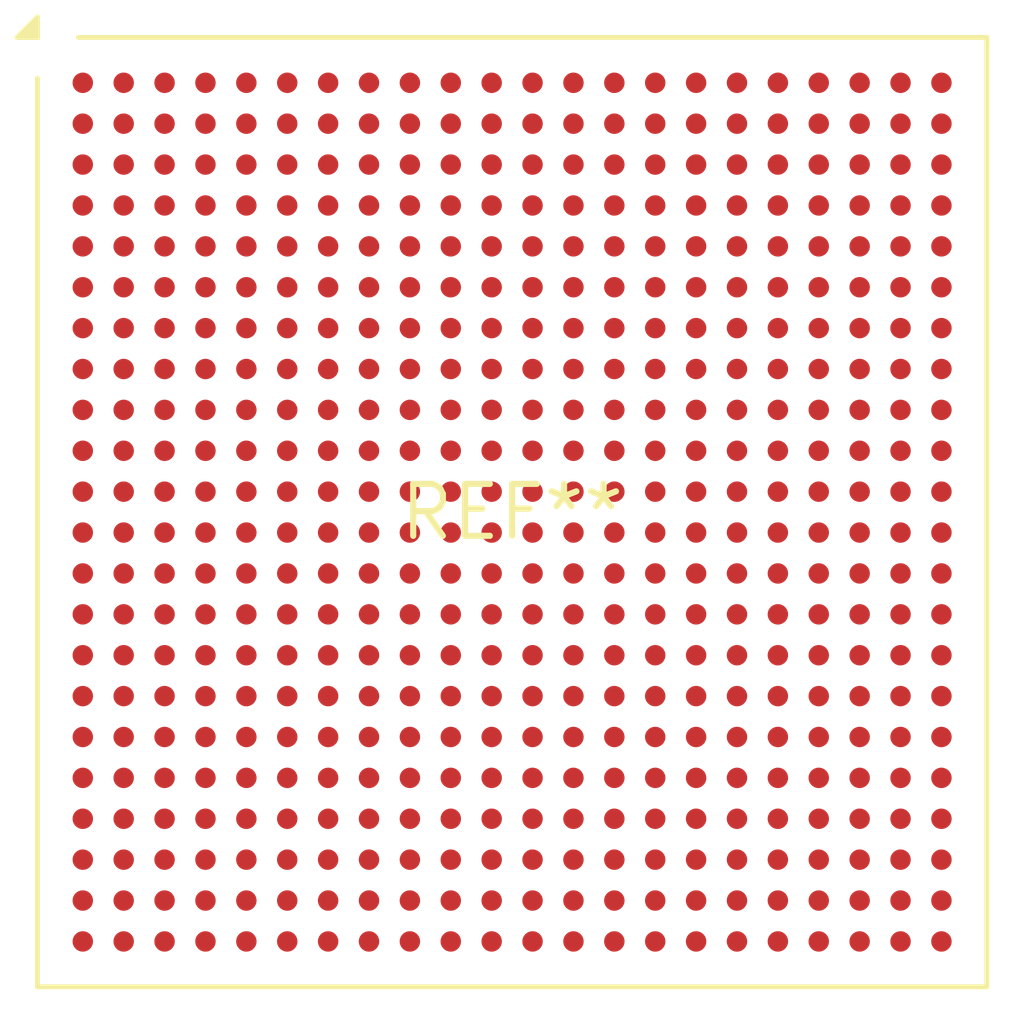
<source format=kicad_pcb>
(kicad_pcb (version 20240108) (generator pcbnew)
  (layers (0 "F.Cu" signal) (31 "B.Cu" signal) (34 "B.Paste" user) (35 "F.Paste" user) (36 "B.SilkS" user "B.Silkscreen") (37 "F.SilkS" user "F.Silkscreen") (38 "B.Mask" user) (39 "F.Mask" user) (44 "Edge.Cuts" user))
  (net 0 "")
  (footprint "Xilinx_FGG484" (layer "F.Cu") (at 0 0)
    (property "Reference" "REF**")
    (property "Value" "Xilinx_FGG484")
    (pad "A1" smd circle (at -10.5 -10.5) (size 0.5 0.5) (property pad_prop_bga) (layers "F.Cu" "F.Paste" "F.Mask"))
    (pad "A2" smd circle (at -9.5 -10.5) (size 0.5 0.5) (property pad_prop_bga) (layers "F.Cu" "F.Paste" "F.Mask"))
    (pad "A3" smd circle (at -8.5 -10.5) (size 0.5 0.5) (property pad_prop_bga) (layers "F.Cu" "F.Paste" "F.Mask"))
    (pad "A4" smd circle (at -7.5 -10.5) (size 0.5 0.5) (property pad_prop_bga) (layers "F.Cu" "F.Paste" "F.Mask"))
    (pad "A5" smd circle (at -6.5 -10.5) (size 0.5 0.5) (property pad_prop_bga) (layers "F.Cu" "F.Paste" "F.Mask"))
    (pad "A6" smd circle (at -5.5 -10.5) (size 0.5 0.5) (property pad_prop_bga) (layers "F.Cu" "F.Paste" "F.Mask"))
    (pad "A7" smd circle (at -4.5 -10.5) (size 0.5 0.5) (property pad_prop_bga) (layers "F.Cu" "F.Paste" "F.Mask"))
    (pad "A8" smd circle (at -3.5 -10.5) (size 0.5 0.5) (property pad_prop_bga) (layers "F.Cu" "F.Paste" "F.Mask"))
    (pad "A9" smd circle (at -2.5 -10.5) (size 0.5 0.5) (property pad_prop_bga) (layers "F.Cu" "F.Paste" "F.Mask"))
    (pad "A10" smd circle (at -1.5 -10.5) (size 0.5 0.5) (property pad_prop_bga) (layers "F.Cu" "F.Paste" "F.Mask"))
    (pad "A11" smd circle (at -0.5 -10.5) (size 0.5 0.5) (property pad_prop_bga) (layers "F.Cu" "F.Paste" "F.Mask"))
    (pad "A12" smd circle (at 0.5 -10.5) (size 0.5 0.5) (property pad_prop_bga) (layers "F.Cu" "F.Paste" "F.Mask"))
    (pad "A13" smd circle (at 1.5 -10.5) (size 0.5 0.5) (property pad_prop_bga) (layers "F.Cu" "F.Paste" "F.Mask"))
    (pad "A14" smd circle (at 2.5 -10.5) (size 0.5 0.5) (property pad_prop_bga) (layers "F.Cu" "F.Paste" "F.Mask"))
    (pad "A15" smd circle (at 3.5 -10.5) (size 0.5 0.5) (property pad_prop_bga) (layers "F.Cu" "F.Paste" "F.Mask"))
    (pad "A16" smd circle (at 4.5 -10.5) (size 0.5 0.5) (property pad_prop_bga) (layers "F.Cu" "F.Paste" "F.Mask"))
    (pad "A17" smd circle (at 5.5 -10.5) (size 0.5 0.5) (property pad_prop_bga) (layers "F.Cu" "F.Paste" "F.Mask"))
    (pad "A18" smd circle (at 6.5 -10.5) (size 0.5 0.5) (property pad_prop_bga) (layers "F.Cu" "F.Paste" "F.Mask"))
    (pad "A19" smd circle (at 7.5 -10.5) (size 0.5 0.5) (property pad_prop_bga) (layers "F.Cu" "F.Paste" "F.Mask"))
    (pad "A20" smd circle (at 8.5 -10.5) (size 0.5 0.5) (property pad_prop_bga) (layers "F.Cu" "F.Paste" "F.Mask"))
    (pad "A21" smd circle (at 9.5 -10.5) (size 0.5 0.5) (property pad_prop_bga) (layers "F.Cu" "F.Paste" "F.Mask"))
    (pad "A22" smd circle (at 10.5 -10.5) (size 0.5 0.5) (property pad_prop_bga) (layers "F.Cu" "F.Paste" "F.Mask"))
    (pad "AA1" smd circle (at -10.5 9.5) (size 0.5 0.5) (property pad_prop_bga) (layers "F.Cu" "F.Paste" "F.Mask"))
    (pad "AA2" smd circle (at -9.5 9.5) (size 0.5 0.5) (property pad_prop_bga) (layers "F.Cu" "F.Paste" "F.Mask"))
    (pad "AA3" smd circle (at -8.5 9.5) (size 0.5 0.5) (property pad_prop_bga) (layers "F.Cu" "F.Paste" "F.Mask"))
    (pad "AA4" smd circle (at -7.5 9.5) (size 0.5 0.5) (property pad_prop_bga) (layers "F.Cu" "F.Paste" "F.Mask"))
    (pad "AA5" smd circle (at -6.5 9.5) (size 0.5 0.5) (property pad_prop_bga) (layers "F.Cu" "F.Paste" "F.Mask"))
    (pad "AA6" smd circle (at -5.5 9.5) (size 0.5 0.5) (property pad_prop_bga) (layers "F.Cu" "F.Paste" "F.Mask"))
    (pad "AA7" smd circle (at -4.5 9.5) (size 0.5 0.5) (property pad_prop_bga) (layers "F.Cu" "F.Paste" "F.Mask"))
    (pad "AA8" smd circle (at -3.5 9.5) (size 0.5 0.5) (property pad_prop_bga) (layers "F.Cu" "F.Paste" "F.Mask"))
    (pad "AA9" smd circle (at -2.5 9.5) (size 0.5 0.5) (property pad_prop_bga) (layers "F.Cu" "F.Paste" "F.Mask"))
    (pad "AA10" smd circle (at -1.5 9.5) (size 0.5 0.5) (property pad_prop_bga) (layers "F.Cu" "F.Paste" "F.Mask"))
    (pad "AA11" smd circle (at -0.5 9.5) (size 0.5 0.5) (property pad_prop_bga) (layers "F.Cu" "F.Paste" "F.Mask"))
    (pad "AA12" smd circle (at 0.5 9.5) (size 0.5 0.5) (property pad_prop_bga) (layers "F.Cu" "F.Paste" "F.Mask"))
    (pad "AA13" smd circle (at 1.5 9.5) (size 0.5 0.5) (property pad_prop_bga) (layers "F.Cu" "F.Paste" "F.Mask"))
    (pad "AA14" smd circle (at 2.5 9.5) (size 0.5 0.5) (property pad_prop_bga) (layers "F.Cu" "F.Paste" "F.Mask"))
    (pad "AA15" smd circle (at 3.5 9.5) (size 0.5 0.5) (property pad_prop_bga) (layers "F.Cu" "F.Paste" "F.Mask"))
    (pad "AA16" smd circle (at 4.5 9.5) (size 0.5 0.5) (property pad_prop_bga) (layers "F.Cu" "F.Paste" "F.Mask"))
    (pad "AA17" smd circle (at 5.5 9.5) (size 0.5 0.5) (property pad_prop_bga) (layers "F.Cu" "F.Paste" "F.Mask"))
    (pad "AA18" smd circle (at 6.5 9.5) (size 0.5 0.5) (property pad_prop_bga) (layers "F.Cu" "F.Paste" "F.Mask"))
    (pad "AA19" smd circle (at 7.5 9.5) (size 0.5 0.5) (property pad_prop_bga) (layers "F.Cu" "F.Paste" "F.Mask"))
    (pad "AA20" smd circle (at 8.5 9.5) (size 0.5 0.5) (property pad_prop_bga) (layers "F.Cu" "F.Paste" "F.Mask"))
    (pad "AA21" smd circle (at 9.5 9.5) (size 0.5 0.5) (property pad_prop_bga) (layers "F.Cu" "F.Paste" "F.Mask"))
    (pad "AA22" smd circle (at 10.5 9.5) (size 0.5 0.5) (property pad_prop_bga) (layers "F.Cu" "F.Paste" "F.Mask"))
    (pad "AB1" smd circle (at -10.5 10.5) (size 0.5 0.5) (property pad_prop_bga) (layers "F.Cu" "F.Paste" "F.Mask"))
    (pad "AB2" smd circle (at -9.5 10.5) (size 0.5 0.5) (property pad_prop_bga) (layers "F.Cu" "F.Paste" "F.Mask"))
    (pad "AB3" smd circle (at -8.5 10.5) (size 0.5 0.5) (property pad_prop_bga) (layers "F.Cu" "F.Paste" "F.Mask"))
    (pad "AB4" smd circle (at -7.5 10.5) (size 0.5 0.5) (property pad_prop_bga) (layers "F.Cu" "F.Paste" "F.Mask"))
    (pad "AB5" smd circle (at -6.5 10.5) (size 0.5 0.5) (property pad_prop_bga) (layers "F.Cu" "F.Paste" "F.Mask"))
    (pad "AB6" smd circle (at -5.5 10.5) (size 0.5 0.5) (property pad_prop_bga) (layers "F.Cu" "F.Paste" "F.Mask"))
    (pad "AB7" smd circle (at -4.5 10.5) (size 0.5 0.5) (property pad_prop_bga) (layers "F.Cu" "F.Paste" "F.Mask"))
    (pad "AB8" smd circle (at -3.5 10.5) (size 0.5 0.5) (property pad_prop_bga) (layers "F.Cu" "F.Paste" "F.Mask"))
    (pad "AB9" smd circle (at -2.5 10.5) (size 0.5 0.5) (property pad_prop_bga) (layers "F.Cu" "F.Paste" "F.Mask"))
    (pad "AB10" smd circle (at -1.5 10.5) (size 0.5 0.5) (property pad_prop_bga) (layers "F.Cu" "F.Paste" "F.Mask"))
    (pad "AB11" smd circle (at -0.5 10.5) (size 0.5 0.5) (property pad_prop_bga) (layers "F.Cu" "F.Paste" "F.Mask"))
    (pad "AB12" smd circle (at 0.5 10.5) (size 0.5 0.5) (property pad_prop_bga) (layers "F.Cu" "F.Paste" "F.Mask"))
    (pad "AB13" smd circle (at 1.5 10.5) (size 0.5 0.5) (property pad_prop_bga) (layers "F.Cu" "F.Paste" "F.Mask"))
    (pad "AB14" smd circle (at 2.5 10.5) (size 0.5 0.5) (property pad_prop_bga) (layers "F.Cu" "F.Paste" "F.Mask"))
    (pad "AB15" smd circle (at 3.5 10.5) (size 0.5 0.5) (property pad_prop_bga) (layers "F.Cu" "F.Paste" "F.Mask"))
    (pad "AB16" smd circle (at 4.5 10.5) (size 0.5 0.5) (property pad_prop_bga) (layers "F.Cu" "F.Paste" "F.Mask"))
    (pad "AB17" smd circle (at 5.5 10.5) (size 0.5 0.5) (property pad_prop_bga) (layers "F.Cu" "F.Paste" "F.Mask"))
    (pad "AB18" smd circle (at 6.5 10.5) (size 0.5 0.5) (property pad_prop_bga) (layers "F.Cu" "F.Paste" "F.Mask"))
    (pad "AB19" smd circle (at 7.5 10.5) (size 0.5 0.5) (property pad_prop_bga) (layers "F.Cu" "F.Paste" "F.Mask"))
    (pad "AB20" smd circle (at 8.5 10.5) (size 0.5 0.5) (property pad_prop_bga) (layers "F.Cu" "F.Paste" "F.Mask"))
    (pad "AB21" smd circle (at 9.5 10.5) (size 0.5 0.5) (property pad_prop_bga) (layers "F.Cu" "F.Paste" "F.Mask"))
    (pad "AB22" smd circle (at 10.5 10.5) (size 0.5 0.5) (property pad_prop_bga) (layers "F.Cu" "F.Paste" "F.Mask"))
    (pad "B1" smd circle (at -10.5 -9.5) (size 0.5 0.5) (property pad_prop_bga) (layers "F.Cu" "F.Paste" "F.Mask"))
    (pad "B2" smd circle (at -9.5 -9.5) (size 0.5 0.5) (property pad_prop_bga) (layers "F.Cu" "F.Paste" "F.Mask"))
    (pad "B3" smd circle (at -8.5 -9.5) (size 0.5 0.5) (property pad_prop_bga) (layers "F.Cu" "F.Paste" "F.Mask"))
    (pad "B4" smd circle (at -7.5 -9.5) (size 0.5 0.5) (property pad_prop_bga) (layers "F.Cu" "F.Paste" "F.Mask"))
    (pad "B5" smd circle (at -6.5 -9.5) (size 0.5 0.5) (property pad_prop_bga) (layers "F.Cu" "F.Paste" "F.Mask"))
    (pad "B6" smd circle (at -5.5 -9.5) (size 0.5 0.5) (property pad_prop_bga) (layers "F.Cu" "F.Paste" "F.Mask"))
    (pad "B7" smd circle (at -4.5 -9.5) (size 0.5 0.5) (property pad_prop_bga) (layers "F.Cu" "F.Paste" "F.Mask"))
    (pad "B8" smd circle (at -3.5 -9.5) (size 0.5 0.5) (property pad_prop_bga) (layers "F.Cu" "F.Paste" "F.Mask"))
    (pad "B9" smd circle (at -2.5 -9.5) (size 0.5 0.5) (property pad_prop_bga) (layers "F.Cu" "F.Paste" "F.Mask"))
    (pad "B10" smd circle (at -1.5 -9.5) (size 0.5 0.5) (property pad_prop_bga) (layers "F.Cu" "F.Paste" "F.Mask"))
    (pad "B11" smd circle (at -0.5 -9.5) (size 0.5 0.5) (property pad_prop_bga) (layers "F.Cu" "F.Paste" "F.Mask"))
    (pad "B12" smd circle (at 0.5 -9.5) (size 0.5 0.5) (property pad_prop_bga) (layers "F.Cu" "F.Paste" "F.Mask"))
    (pad "B13" smd circle (at 1.5 -9.5) (size 0.5 0.5) (property pad_prop_bga) (layers "F.Cu" "F.Paste" "F.Mask"))
    (pad "B14" smd circle (at 2.5 -9.5) (size 0.5 0.5) (property pad_prop_bga) (layers "F.Cu" "F.Paste" "F.Mask"))
    (pad "B15" smd circle (at 3.5 -9.5) (size 0.5 0.5) (property pad_prop_bga) (layers "F.Cu" "F.Paste" "F.Mask"))
    (pad "B16" smd circle (at 4.5 -9.5) (size 0.5 0.5) (property pad_prop_bga) (layers "F.Cu" "F.Paste" "F.Mask"))
    (pad "B17" smd circle (at 5.5 -9.5) (size 0.5 0.5) (property pad_prop_bga) (layers "F.Cu" "F.Paste" "F.Mask"))
    (pad "B18" smd circle (at 6.5 -9.5) (size 0.5 0.5) (property pad_prop_bga) (layers "F.Cu" "F.Paste" "F.Mask"))
    (pad "B19" smd circle (at 7.5 -9.5) (size 0.5 0.5) (property pad_prop_bga) (layers "F.Cu" "F.Paste" "F.Mask"))
    (pad "B20" smd circle (at 8.5 -9.5) (size 0.5 0.5) (property pad_prop_bga) (layers "F.Cu" "F.Paste" "F.Mask"))
    (pad "B21" smd circle (at 9.5 -9.5) (size 0.5 0.5) (property pad_prop_bga) (layers "F.Cu" "F.Paste" "F.Mask"))
    (pad "B22" smd circle (at 10.5 -9.5) (size 0.5 0.5) (property pad_prop_bga) (layers "F.Cu" "F.Paste" "F.Mask"))
    (pad "C1" smd circle (at -10.5 -8.5) (size 0.5 0.5) (property pad_prop_bga) (layers "F.Cu" "F.Paste" "F.Mask"))
    (pad "C2" smd circle (at -9.5 -8.5) (size 0.5 0.5) (property pad_prop_bga) (layers "F.Cu" "F.Paste" "F.Mask"))
    (pad "C3" smd circle (at -8.5 -8.5) (size 0.5 0.5) (property pad_prop_bga) (layers "F.Cu" "F.Paste" "F.Mask"))
    (pad "C4" smd circle (at -7.5 -8.5) (size 0.5 0.5) (property pad_prop_bga) (layers "F.Cu" "F.Paste" "F.Mask"))
    (pad "C5" smd circle (at -6.5 -8.5) (size 0.5 0.5) (property pad_prop_bga) (layers "F.Cu" "F.Paste" "F.Mask"))
    (pad "C6" smd circle (at -5.5 -8.5) (size 0.5 0.5) (property pad_prop_bga) (layers "F.Cu" "F.Paste" "F.Mask"))
    (pad "C7" smd circle (at -4.5 -8.5) (size 0.5 0.5) (property pad_prop_bga) (layers "F.Cu" "F.Paste" "F.Mask"))
    (pad "C8" smd circle (at -3.5 -8.5) (size 0.5 0.5) (property pad_prop_bga) (layers "F.Cu" "F.Paste" "F.Mask"))
    (pad "C9" smd circle (at -2.5 -8.5) (size 0.5 0.5) (property pad_prop_bga) (layers "F.Cu" "F.Paste" "F.Mask"))
    (pad "C10" smd circle (at -1.5 -8.5) (size 0.5 0.5) (property pad_prop_bga) (layers "F.Cu" "F.Paste" "F.Mask"))
    (pad "C11" smd circle (at -0.5 -8.5) (size 0.5 0.5) (property pad_prop_bga) (layers "F.Cu" "F.Paste" "F.Mask"))
    (pad "C12" smd circle (at 0.5 -8.5) (size 0.5 0.5) (property pad_prop_bga) (layers "F.Cu" "F.Paste" "F.Mask"))
    (pad "C13" smd circle (at 1.5 -8.5) (size 0.5 0.5) (property pad_prop_bga) (layers "F.Cu" "F.Paste" "F.Mask"))
    (pad "C14" smd circle (at 2.5 -8.5) (size 0.5 0.5) (property pad_prop_bga) (layers "F.Cu" "F.Paste" "F.Mask"))
    (pad "C15" smd circle (at 3.5 -8.5) (size 0.5 0.5) (property pad_prop_bga) (layers "F.Cu" "F.Paste" "F.Mask"))
    (pad "C16" smd circle (at 4.5 -8.5) (size 0.5 0.5) (property pad_prop_bga) (layers "F.Cu" "F.Paste" "F.Mask"))
    (pad "C17" smd circle (at 5.5 -8.5) (size 0.5 0.5) (property pad_prop_bga) (layers "F.Cu" "F.Paste" "F.Mask"))
    (pad "C18" smd circle (at 6.5 -8.5) (size 0.5 0.5) (property pad_prop_bga) (layers "F.Cu" "F.Paste" "F.Mask"))
    (pad "C19" smd circle (at 7.5 -8.5) (size 0.5 0.5) (property pad_prop_bga) (layers "F.Cu" "F.Paste" "F.Mask"))
    (pad "C20" smd circle (at 8.5 -8.5) (size 0.5 0.5) (property pad_prop_bga) (layers "F.Cu" "F.Paste" "F.Mask"))
    (pad "C21" smd circle (at 9.5 -8.5) (size 0.5 0.5) (property pad_prop_bga) (layers "F.Cu" "F.Paste" "F.Mask"))
    (pad "C22" smd circle (at 10.5 -8.5) (size 0.5 0.5) (property pad_prop_bga) (layers "F.Cu" "F.Paste" "F.Mask"))
    (pad "D1" smd circle (at -10.5 -7.5) (size 0.5 0.5) (property pad_prop_bga) (layers "F.Cu" "F.Paste" "F.Mask"))
    (pad "D2" smd circle (at -9.5 -7.5) (size 0.5 0.5) (property pad_prop_bga) (layers "F.Cu" "F.Paste" "F.Mask"))
    (pad "D3" smd circle (at -8.5 -7.5) (size 0.5 0.5) (property pad_prop_bga) (layers "F.Cu" "F.Paste" "F.Mask"))
    (pad "D4" smd circle (at -7.5 -7.5) (size 0.5 0.5) (property pad_prop_bga) (layers "F.Cu" "F.Paste" "F.Mask"))
    (pad "D5" smd circle (at -6.5 -7.5) (size 0.5 0.5) (property pad_prop_bga) (layers "F.Cu" "F.Paste" "F.Mask"))
    (pad "D6" smd circle (at -5.5 -7.5) (size 0.5 0.5) (property pad_prop_bga) (layers "F.Cu" "F.Paste" "F.Mask"))
    (pad "D7" smd circle (at -4.5 -7.5) (size 0.5 0.5) (property pad_prop_bga) (layers "F.Cu" "F.Paste" "F.Mask"))
    (pad "D8" smd circle (at -3.5 -7.5) (size 0.5 0.5) (property pad_prop_bga) (layers "F.Cu" "F.Paste" "F.Mask"))
    (pad "D9" smd circle (at -2.5 -7.5) (size 0.5 0.5) (property pad_prop_bga) (layers "F.Cu" "F.Paste" "F.Mask"))
    (pad "D10" smd circle (at -1.5 -7.5) (size 0.5 0.5) (property pad_prop_bga) (layers "F.Cu" "F.Paste" "F.Mask"))
    (pad "D11" smd circle (at -0.5 -7.5) (size 0.5 0.5) (property pad_prop_bga) (layers "F.Cu" "F.Paste" "F.Mask"))
    (pad "D12" smd circle (at 0.5 -7.5) (size 0.5 0.5) (property pad_prop_bga) (layers "F.Cu" "F.Paste" "F.Mask"))
    (pad "D13" smd circle (at 1.5 -7.5) (size 0.5 0.5) (property pad_prop_bga) (layers "F.Cu" "F.Paste" "F.Mask"))
    (pad "D14" smd circle (at 2.5 -7.5) (size 0.5 0.5) (property pad_prop_bga) (layers "F.Cu" "F.Paste" "F.Mask"))
    (pad "D15" smd circle (at 3.5 -7.5) (size 0.5 0.5) (property pad_prop_bga) (layers "F.Cu" "F.Paste" "F.Mask"))
    (pad "D16" smd circle (at 4.5 -7.5) (size 0.5 0.5) (property pad_prop_bga) (layers "F.Cu" "F.Paste" "F.Mask"))
    (pad "D17" smd circle (at 5.5 -7.5) (size 0.5 0.5) (property pad_prop_bga) (layers "F.Cu" "F.Paste" "F.Mask"))
    (pad "D18" smd circle (at 6.5 -7.5) (size 0.5 0.5) (property pad_prop_bga) (layers "F.Cu" "F.Paste" "F.Mask"))
    (pad "D19" smd circle (at 7.5 -7.5) (size 0.5 0.5) (property pad_prop_bga) (layers "F.Cu" "F.Paste" "F.Mask"))
    (pad "D20" smd circle (at 8.5 -7.5) (size 0.5 0.5) (property pad_prop_bga) (layers "F.Cu" "F.Paste" "F.Mask"))
    (pad "D21" smd circle (at 9.5 -7.5) (size 0.5 0.5) (property pad_prop_bga) (layers "F.Cu" "F.Paste" "F.Mask"))
    (pad "D22" smd circle (at 10.5 -7.5) (size 0.5 0.5) (property pad_prop_bga) (layers "F.Cu" "F.Paste" "F.Mask"))
    (pad "E1" smd circle (at -10.5 -6.5) (size 0.5 0.5) (property pad_prop_bga) (layers "F.Cu" "F.Paste" "F.Mask"))
    (pad "E2" smd circle (at -9.5 -6.5) (size 0.5 0.5) (property pad_prop_bga) (layers "F.Cu" "F.Paste" "F.Mask"))
    (pad "E3" smd circle (at -8.5 -6.5) (size 0.5 0.5) (property pad_prop_bga) (layers "F.Cu" "F.Paste" "F.Mask"))
    (pad "E4" smd circle (at -7.5 -6.5) (size 0.5 0.5) (property pad_prop_bga) (layers "F.Cu" "F.Paste" "F.Mask"))
    (pad "E5" smd circle (at -6.5 -6.5) (size 0.5 0.5) (property pad_prop_bga) (layers "F.Cu" "F.Paste" "F.Mask"))
    (pad "E6" smd circle (at -5.5 -6.5) (size 0.5 0.5) (property pad_prop_bga) (layers "F.Cu" "F.Paste" "F.Mask"))
    (pad "E7" smd circle (at -4.5 -6.5) (size 0.5 0.5) (property pad_prop_bga) (layers "F.Cu" "F.Paste" "F.Mask"))
    (pad "E8" smd circle (at -3.5 -6.5) (size 0.5 0.5) (property pad_prop_bga) (layers "F.Cu" "F.Paste" "F.Mask"))
    (pad "E9" smd circle (at -2.5 -6.5) (size 0.5 0.5) (property pad_prop_bga) (layers "F.Cu" "F.Paste" "F.Mask"))
    (pad "E10" smd circle (at -1.5 -6.5) (size 0.5 0.5) (property pad_prop_bga) (layers "F.Cu" "F.Paste" "F.Mask"))
    (pad "E11" smd circle (at -0.5 -6.5) (size 0.5 0.5) (property pad_prop_bga) (layers "F.Cu" "F.Paste" "F.Mask"))
    (pad "E12" smd circle (at 0.5 -6.5) (size 0.5 0.5) (property pad_prop_bga) (layers "F.Cu" "F.Paste" "F.Mask"))
    (pad "E13" smd circle (at 1.5 -6.5) (size 0.5 0.5) (property pad_prop_bga) (layers "F.Cu" "F.Paste" "F.Mask"))
    (pad "E14" smd circle (at 2.5 -6.5) (size 0.5 0.5) (property pad_prop_bga) (layers "F.Cu" "F.Paste" "F.Mask"))
    (pad "E15" smd circle (at 3.5 -6.5) (size 0.5 0.5) (property pad_prop_bga) (layers "F.Cu" "F.Paste" "F.Mask"))
    (pad "E16" smd circle (at 4.5 -6.5) (size 0.5 0.5) (property pad_prop_bga) (layers "F.Cu" "F.Paste" "F.Mask"))
    (pad "E17" smd circle (at 5.5 -6.5) (size 0.5 0.5) (property pad_prop_bga) (layers "F.Cu" "F.Paste" "F.Mask"))
    (pad "E18" smd circle (at 6.5 -6.5) (size 0.5 0.5) (property pad_prop_bga) (layers "F.Cu" "F.Paste" "F.Mask"))
    (pad "E19" smd circle (at 7.5 -6.5) (size 0.5 0.5) (property pad_prop_bga) (layers "F.Cu" "F.Paste" "F.Mask"))
    (pad "E20" smd circle (at 8.5 -6.5) (size 0.5 0.5) (property pad_prop_bga) (layers "F.Cu" "F.Paste" "F.Mask"))
    (pad "E21" smd circle (at 9.5 -6.5) (size 0.5 0.5) (property pad_prop_bga) (layers "F.Cu" "F.Paste" "F.Mask"))
    (pad "E22" smd circle (at 10.5 -6.5) (size 0.5 0.5) (property pad_prop_bga) (layers "F.Cu" "F.Paste" "F.Mask"))
    (pad "F1" smd circle (at -10.5 -5.5) (size 0.5 0.5) (property pad_prop_bga) (layers "F.Cu" "F.Paste" "F.Mask"))
    (pad "F2" smd circle (at -9.5 -5.5) (size 0.5 0.5) (property pad_prop_bga) (layers "F.Cu" "F.Paste" "F.Mask"))
    (pad "F3" smd circle (at -8.5 -5.5) (size 0.5 0.5) (property pad_prop_bga) (layers "F.Cu" "F.Paste" "F.Mask"))
    (pad "F4" smd circle (at -7.5 -5.5) (size 0.5 0.5) (property pad_prop_bga) (layers "F.Cu" "F.Paste" "F.Mask"))
    (pad "F5" smd circle (at -6.5 -5.5) (size 0.5 0.5) (property pad_prop_bga) (layers "F.Cu" "F.Paste" "F.Mask"))
    (pad "F6" smd circle (at -5.5 -5.5) (size 0.5 0.5) (property pad_prop_bga) (layers "F.Cu" "F.Paste" "F.Mask"))
    (pad "F7" smd circle (at -4.5 -5.5) (size 0.5 0.5) (property pad_prop_bga) (layers "F.Cu" "F.Paste" "F.Mask"))
    (pad "F8" smd circle (at -3.5 -5.5) (size 0.5 0.5) (property pad_prop_bga) (layers "F.Cu" "F.Paste" "F.Mask"))
    (pad "F9" smd circle (at -2.5 -5.5) (size 0.5 0.5) (property pad_prop_bga) (layers "F.Cu" "F.Paste" "F.Mask"))
    (pad "F10" smd circle (at -1.5 -5.5) (size 0.5 0.5) (property pad_prop_bga) (layers "F.Cu" "F.Paste" "F.Mask"))
    (pad "F11" smd circle (at -0.5 -5.5) (size 0.5 0.5) (property pad_prop_bga) (layers "F.Cu" "F.Paste" "F.Mask"))
    (pad "F12" smd circle (at 0.5 -5.5) (size 0.5 0.5) (property pad_prop_bga) (layers "F.Cu" "F.Paste" "F.Mask"))
    (pad "F13" smd circle (at 1.5 -5.5) (size 0.5 0.5) (property pad_prop_bga) (layers "F.Cu" "F.Paste" "F.Mask"))
    (pad "F14" smd circle (at 2.5 -5.5) (size 0.5 0.5) (property pad_prop_bga) (layers "F.Cu" "F.Paste" "F.Mask"))
    (pad "F15" smd circle (at 3.5 -5.5) (size 0.5 0.5) (property pad_prop_bga) (layers "F.Cu" "F.Paste" "F.Mask"))
    (pad "F16" smd circle (at 4.5 -5.5) (size 0.5 0.5) (property pad_prop_bga) (layers "F.Cu" "F.Paste" "F.Mask"))
    (pad "F17" smd circle (at 5.5 -5.5) (size 0.5 0.5) (property pad_prop_bga) (layers "F.Cu" "F.Paste" "F.Mask"))
    (pad "F18" smd circle (at 6.5 -5.5) (size 0.5 0.5) (property pad_prop_bga) (layers "F.Cu" "F.Paste" "F.Mask"))
    (pad "F19" smd circle (at 7.5 -5.5) (size 0.5 0.5) (property pad_prop_bga) (layers "F.Cu" "F.Paste" "F.Mask"))
    (pad "F20" smd circle (at 8.5 -5.5) (size 0.5 0.5) (property pad_prop_bga) (layers "F.Cu" "F.Paste" "F.Mask"))
    (pad "F21" smd circle (at 9.5 -5.5) (size 0.5 0.5) (property pad_prop_bga) (layers "F.Cu" "F.Paste" "F.Mask"))
    (pad "F22" smd circle (at 10.5 -5.5) (size 0.5 0.5) (property pad_prop_bga) (layers "F.Cu" "F.Paste" "F.Mask"))
    (pad "G1" smd circle (at -10.5 -4.5) (size 0.5 0.5) (property pad_prop_bga) (layers "F.Cu" "F.Paste" "F.Mask"))
    (pad "G2" smd circle (at -9.5 -4.5) (size 0.5 0.5) (property pad_prop_bga) (layers "F.Cu" "F.Paste" "F.Mask"))
    (pad "G3" smd circle (at -8.5 -4.5) (size 0.5 0.5) (property pad_prop_bga) (layers "F.Cu" "F.Paste" "F.Mask"))
    (pad "G4" smd circle (at -7.5 -4.5) (size 0.5 0.5) (property pad_prop_bga) (layers "F.Cu" "F.Paste" "F.Mask"))
    (pad "G5" smd circle (at -6.5 -4.5) (size 0.5 0.5) (property pad_prop_bga) (layers "F.Cu" "F.Paste" "F.Mask"))
    (pad "G6" smd circle (at -5.5 -4.5) (size 0.5 0.5) (property pad_prop_bga) (layers "F.Cu" "F.Paste" "F.Mask"))
    (pad "G7" smd circle (at -4.5 -4.5) (size 0.5 0.5) (property pad_prop_bga) (layers "F.Cu" "F.Paste" "F.Mask"))
    (pad "G8" smd circle (at -3.5 -4.5) (size 0.5 0.5) (property pad_prop_bga) (layers "F.Cu" "F.Paste" "F.Mask"))
    (pad "G9" smd circle (at -2.5 -4.5) (size 0.5 0.5) (property pad_prop_bga) (layers "F.Cu" "F.Paste" "F.Mask"))
    (pad "G10" smd circle (at -1.5 -4.5) (size 0.5 0.5) (property pad_prop_bga) (layers "F.Cu" "F.Paste" "F.Mask"))
    (pad "G11" smd circle (at -0.5 -4.5) (size 0.5 0.5) (property pad_prop_bga) (layers "F.Cu" "F.Paste" "F.Mask"))
    (pad "G12" smd circle (at 0.5 -4.5) (size 0.5 0.5) (property pad_prop_bga) (layers "F.Cu" "F.Paste" "F.Mask"))
    (pad "G13" smd circle (at 1.5 -4.5) (size 0.5 0.5) (property pad_prop_bga) (layers "F.Cu" "F.Paste" "F.Mask"))
    (pad "G14" smd circle (at 2.5 -4.5) (size 0.5 0.5) (property pad_prop_bga) (layers "F.Cu" "F.Paste" "F.Mask"))
    (pad "G15" smd circle (at 3.5 -4.5) (size 0.5 0.5) (property pad_prop_bga) (layers "F.Cu" "F.Paste" "F.Mask"))
    (pad "G16" smd circle (at 4.5 -4.5) (size 0.5 0.5) (property pad_prop_bga) (layers "F.Cu" "F.Paste" "F.Mask"))
    (pad "G17" smd circle (at 5.5 -4.5) (size 0.5 0.5) (property pad_prop_bga) (layers "F.Cu" "F.Paste" "F.Mask"))
    (pad "G18" smd circle (at 6.5 -4.5) (size 0.5 0.5) (property pad_prop_bga) (layers "F.Cu" "F.Paste" "F.Mask"))
    (pad "G19" smd circle (at 7.5 -4.5) (size 0.5 0.5) (property pad_prop_bga) (layers "F.Cu" "F.Paste" "F.Mask"))
    (pad "G20" smd circle (at 8.5 -4.5) (size 0.5 0.5) (property pad_prop_bga) (layers "F.Cu" "F.Paste" "F.Mask"))
    (pad "G21" smd circle (at 9.5 -4.5) (size 0.5 0.5) (property pad_prop_bga) (layers "F.Cu" "F.Paste" "F.Mask"))
    (pad "G22" smd circle (at 10.5 -4.5) (size 0.5 0.5) (property pad_prop_bga) (layers "F.Cu" "F.Paste" "F.Mask"))
    (pad "H1" smd circle (at -10.5 -3.5) (size 0.5 0.5) (property pad_prop_bga) (layers "F.Cu" "F.Paste" "F.Mask"))
    (pad "H2" smd circle (at -9.5 -3.5) (size 0.5 0.5) (property pad_prop_bga) (layers "F.Cu" "F.Paste" "F.Mask"))
    (pad "H3" smd circle (at -8.5 -3.5) (size 0.5 0.5) (property pad_prop_bga) (layers "F.Cu" "F.Paste" "F.Mask"))
    (pad "H4" smd circle (at -7.5 -3.5) (size 0.5 0.5) (property pad_prop_bga) (layers "F.Cu" "F.Paste" "F.Mask"))
    (pad "H5" smd circle (at -6.5 -3.5) (size 0.5 0.5) (property pad_prop_bga) (layers "F.Cu" "F.Paste" "F.Mask"))
    (pad "H6" smd circle (at -5.5 -3.5) (size 0.5 0.5) (property pad_prop_bga) (layers "F.Cu" "F.Paste" "F.Mask"))
    (pad "H7" smd circle (at -4.5 -3.5) (size 0.5 0.5) (property pad_prop_bga) (layers "F.Cu" "F.Paste" "F.Mask"))
    (pad "H8" smd circle (at -3.5 -3.5) (size 0.5 0.5) (property pad_prop_bga) (layers "F.Cu" "F.Paste" "F.Mask"))
    (pad "H9" smd circle (at -2.5 -3.5) (size 0.5 0.5) (property pad_prop_bga) (layers "F.Cu" "F.Paste" "F.Mask"))
    (pad "H10" smd circle (at -1.5 -3.5) (size 0.5 0.5) (property pad_prop_bga) (layers "F.Cu" "F.Paste" "F.Mask"))
    (pad "H11" smd circle (at -0.5 -3.5) (size 0.5 0.5) (property pad_prop_bga) (layers "F.Cu" "F.Paste" "F.Mask"))
    (pad "H12" smd circle (at 0.5 -3.5) (size 0.5 0.5) (property pad_prop_bga) (layers "F.Cu" "F.Paste" "F.Mask"))
    (pad "H13" smd circle (at 1.5 -3.5) (size 0.5 0.5) (property pad_prop_bga) (layers "F.Cu" "F.Paste" "F.Mask"))
    (pad "H14" smd circle (at 2.5 -3.5) (size 0.5 0.5) (property pad_prop_bga) (layers "F.Cu" "F.Paste" "F.Mask"))
    (pad "H15" smd circle (at 3.5 -3.5) (size 0.5 0.5) (property pad_prop_bga) (layers "F.Cu" "F.Paste" "F.Mask"))
    (pad "H16" smd circle (at 4.5 -3.5) (size 0.5 0.5) (property pad_prop_bga) (layers "F.Cu" "F.Paste" "F.Mask"))
    (pad "H17" smd circle (at 5.5 -3.5) (size 0.5 0.5) (property pad_prop_bga) (layers "F.Cu" "F.Paste" "F.Mask"))
    (pad "H18" smd circle (at 6.5 -3.5) (size 0.5 0.5) (property pad_prop_bga) (layers "F.Cu" "F.Paste" "F.Mask"))
    (pad "H19" smd circle (at 7.5 -3.5) (size 0.5 0.5) (property pad_prop_bga) (layers "F.Cu" "F.Paste" "F.Mask"))
    (pad "H20" smd circle (at 8.5 -3.5) (size 0.5 0.5) (property pad_prop_bga) (layers "F.Cu" "F.Paste" "F.Mask"))
    (pad "H21" smd circle (at 9.5 -3.5) (size 0.5 0.5) (property pad_prop_bga) (layers "F.Cu" "F.Paste" "F.Mask"))
    (pad "H22" smd circle (at 10.5 -3.5) (size 0.5 0.5) (property pad_prop_bga) (layers "F.Cu" "F.Paste" "F.Mask"))
    (pad "J1" smd circle (at -10.5 -2.5) (size 0.5 0.5) (property pad_prop_bga) (layers "F.Cu" "F.Paste" "F.Mask"))
    (pad "J2" smd circle (at -9.5 -2.5) (size 0.5 0.5) (property pad_prop_bga) (layers "F.Cu" "F.Paste" "F.Mask"))
    (pad "J3" smd circle (at -8.5 -2.5) (size 0.5 0.5) (property pad_prop_bga) (layers "F.Cu" "F.Paste" "F.Mask"))
    (pad "J4" smd circle (at -7.5 -2.5) (size 0.5 0.5) (property pad_prop_bga) (layers "F.Cu" "F.Paste" "F.Mask"))
    (pad "J5" smd circle (at -6.5 -2.5) (size 0.5 0.5) (property pad_prop_bga) (layers "F.Cu" "F.Paste" "F.Mask"))
    (pad "J6" smd circle (at -5.5 -2.5) (size 0.5 0.5) (property pad_prop_bga) (layers "F.Cu" "F.Paste" "F.Mask"))
    (pad "J7" smd circle (at -4.5 -2.5) (size 0.5 0.5) (property pad_prop_bga) (layers "F.Cu" "F.Paste" "F.Mask"))
    (pad "J8" smd circle (at -3.5 -2.5) (size 0.5 0.5) (property pad_prop_bga) (layers "F.Cu" "F.Paste" "F.Mask"))
    (pad "J9" smd circle (at -2.5 -2.5) (size 0.5 0.5) (property pad_prop_bga) (layers "F.Cu" "F.Paste" "F.Mask"))
    (pad "J10" smd circle (at -1.5 -2.5) (size 0.5 0.5) (property pad_prop_bga) (layers "F.Cu" "F.Paste" "F.Mask"))
    (pad "J11" smd circle (at -0.5 -2.5) (size 0.5 0.5) (property pad_prop_bga) (layers "F.Cu" "F.Paste" "F.Mask"))
    (pad "J12" smd circle (at 0.5 -2.5) (size 0.5 0.5) (property pad_prop_bga) (layers "F.Cu" "F.Paste" "F.Mask"))
    (pad "J13" smd circle (at 1.5 -2.5) (size 0.5 0.5) (property pad_prop_bga) (layers "F.Cu" "F.Paste" "F.Mask"))
    (pad "J14" smd circle (at 2.5 -2.5) (size 0.5 0.5) (property pad_prop_bga) (layers "F.Cu" "F.Paste" "F.Mask"))
    (pad "J15" smd circle (at 3.5 -2.5) (size 0.5 0.5) (property pad_prop_bga) (layers "F.Cu" "F.Paste" "F.Mask"))
    (pad "J16" smd circle (at 4.5 -2.5) (size 0.5 0.5) (property pad_prop_bga) (layers "F.Cu" "F.Paste" "F.Mask"))
    (pad "J17" smd circle (at 5.5 -2.5) (size 0.5 0.5) (property pad_prop_bga) (layers "F.Cu" "F.Paste" "F.Mask"))
    (pad "J18" smd circle (at 6.5 -2.5) (size 0.5 0.5) (property pad_prop_bga) (layers "F.Cu" "F.Paste" "F.Mask"))
    (pad "J19" smd circle (at 7.5 -2.5) (size 0.5 0.5) (property pad_prop_bga) (layers "F.Cu" "F.Paste" "F.Mask"))
    (pad "J20" smd circle (at 8.5 -2.5) (size 0.5 0.5) (property pad_prop_bga) (layers "F.Cu" "F.Paste" "F.Mask"))
    (pad "J21" smd circle (at 9.5 -2.5) (size 0.5 0.5) (property pad_prop_bga) (layers "F.Cu" "F.Paste" "F.Mask"))
    (pad "J22" smd circle (at 10.5 -2.5) (size 0.5 0.5) (property pad_prop_bga) (layers "F.Cu" "F.Paste" "F.Mask"))
    (pad "K1" smd circle (at -10.5 -1.5) (size 0.5 0.5) (property pad_prop_bga) (layers "F.Cu" "F.Paste" "F.Mask"))
    (pad "K2" smd circle (at -9.5 -1.5) (size 0.5 0.5) (property pad_prop_bga) (layers "F.Cu" "F.Paste" "F.Mask"))
    (pad "K3" smd circle (at -8.5 -1.5) (size 0.5 0.5) (property pad_prop_bga) (layers "F.Cu" "F.Paste" "F.Mask"))
    (pad "K4" smd circle (at -7.5 -1.5) (size 0.5 0.5) (property pad_prop_bga) (layers "F.Cu" "F.Paste" "F.Mask"))
    (pad "K5" smd circle (at -6.5 -1.5) (size 0.5 0.5) (property pad_prop_bga) (layers "F.Cu" "F.Paste" "F.Mask"))
    (pad "K6" smd circle (at -5.5 -1.5) (size 0.5 0.5) (property pad_prop_bga) (layers "F.Cu" "F.Paste" "F.Mask"))
    (pad "K7" smd circle (at -4.5 -1.5) (size 0.5 0.5) (property pad_prop_bga) (layers "F.Cu" "F.Paste" "F.Mask"))
    (pad "K8" smd circle (at -3.5 -1.5) (size 0.5 0.5) (property pad_prop_bga) (layers "F.Cu" "F.Paste" "F.Mask"))
    (pad "K9" smd circle (at -2.5 -1.5) (size 0.5 0.5) (property pad_prop_bga) (layers "F.Cu" "F.Paste" "F.Mask"))
    (pad "K10" smd circle (at -1.5 -1.5) (size 0.5 0.5) (property pad_prop_bga) (layers "F.Cu" "F.Paste" "F.Mask"))
    (pad "K11" smd circle (at -0.5 -1.5) (size 0.5 0.5) (property pad_prop_bga) (layers "F.Cu" "F.Paste" "F.Mask"))
    (pad "K12" smd circle (at 0.5 -1.5) (size 0.5 0.5) (property pad_prop_bga) (layers "F.Cu" "F.Paste" "F.Mask"))
    (pad "K13" smd circle (at 1.5 -1.5) (size 0.5 0.5) (property pad_prop_bga) (layers "F.Cu" "F.Paste" "F.Mask"))
    (pad "K14" smd circle (at 2.5 -1.5) (size 0.5 0.5) (property pad_prop_bga) (layers "F.Cu" "F.Paste" "F.Mask"))
    (pad "K15" smd circle (at 3.5 -1.5) (size 0.5 0.5) (property pad_prop_bga) (layers "F.Cu" "F.Paste" "F.Mask"))
    (pad "K16" smd circle (at 4.5 -1.5) (size 0.5 0.5) (property pad_prop_bga) (layers "F.Cu" "F.Paste" "F.Mask"))
    (pad "K17" smd circle (at 5.5 -1.5) (size 0.5 0.5) (property pad_prop_bga) (layers "F.Cu" "F.Paste" "F.Mask"))
    (pad "K18" smd circle (at 6.5 -1.5) (size 0.5 0.5) (property pad_prop_bga) (layers "F.Cu" "F.Paste" "F.Mask"))
    (pad "K19" smd circle (at 7.5 -1.5) (size 0.5 0.5) (property pad_prop_bga) (layers "F.Cu" "F.Paste" "F.Mask"))
    (pad "K20" smd circle (at 8.5 -1.5) (size 0.5 0.5) (property pad_prop_bga) (layers "F.Cu" "F.Paste" "F.Mask"))
    (pad "K21" smd circle (at 9.5 -1.5) (size 0.5 0.5) (property pad_prop_bga) (layers "F.Cu" "F.Paste" "F.Mask"))
    (pad "K22" smd circle (at 10.5 -1.5) (size 0.5 0.5) (property pad_prop_bga) (layers "F.Cu" "F.Paste" "F.Mask"))
    (pad "L1" smd circle (at -10.5 -0.5) (size 0.5 0.5) (property pad_prop_bga) (layers "F.Cu" "F.Paste" "F.Mask"))
    (pad "L2" smd circle (at -9.5 -0.5) (size 0.5 0.5) (property pad_prop_bga) (layers "F.Cu" "F.Paste" "F.Mask"))
    (pad "L3" smd circle (at -8.5 -0.5) (size 0.5 0.5) (property pad_prop_bga) (layers "F.Cu" "F.Paste" "F.Mask"))
    (pad "L4" smd circle (at -7.5 -0.5) (size 0.5 0.5) (property pad_prop_bga) (layers "F.Cu" "F.Paste" "F.Mask"))
    (pad "L5" smd circle (at -6.5 -0.5) (size 0.5 0.5) (property pad_prop_bga) (layers "F.Cu" "F.Paste" "F.Mask"))
    (pad "L6" smd circle (at -5.5 -0.5) (size 0.5 0.5) (property pad_prop_bga) (layers "F.Cu" "F.Paste" "F.Mask"))
    (pad "L7" smd circle (at -4.5 -0.5) (size 0.5 0.5) (property pad_prop_bga) (layers "F.Cu" "F.Paste" "F.Mask"))
    (pad "L8" smd circle (at -3.5 -0.5) (size 0.5 0.5) (property pad_prop_bga) (layers "F.Cu" "F.Paste" "F.Mask"))
    (pad "L9" smd circle (at -2.5 -0.5) (size 0.5 0.5) (property pad_prop_bga) (layers "F.Cu" "F.Paste" "F.Mask"))
    (pad "L10" smd circle (at -1.5 -0.5) (size 0.5 0.5) (property pad_prop_bga) (layers "F.Cu" "F.Paste" "F.Mask"))
    (pad "L11" smd circle (at -0.5 -0.5) (size 0.5 0.5) (property pad_prop_bga) (layers "F.Cu" "F.Paste" "F.Mask"))
    (pad "L12" smd circle (at 0.5 -0.5) (size 0.5 0.5) (property pad_prop_bga) (layers "F.Cu" "F.Paste" "F.Mask"))
    (pad "L13" smd circle (at 1.5 -0.5) (size 0.5 0.5) (property pad_prop_bga) (layers "F.Cu" "F.Paste" "F.Mask"))
    (pad "L14" smd circle (at 2.5 -0.5) (size 0.5 0.5) (property pad_prop_bga) (layers "F.Cu" "F.Paste" "F.Mask"))
    (pad "L15" smd circle (at 3.5 -0.5) (size 0.5 0.5) (property pad_prop_bga) (layers "F.Cu" "F.Paste" "F.Mask"))
    (pad "L16" smd circle (at 4.5 -0.5) (size 0.5 0.5) (property pad_prop_bga) (layers "F.Cu" "F.Paste" "F.Mask"))
    (pad "L17" smd circle (at 5.5 -0.5) (size 0.5 0.5) (property pad_prop_bga) (layers "F.Cu" "F.Paste" "F.Mask"))
    (pad "L18" smd circle (at 6.5 -0.5) (size 0.5 0.5) (property pad_prop_bga) (layers "F.Cu" "F.Paste" "F.Mask"))
    (pad "L19" smd circle (at 7.5 -0.5) (size 0.5 0.5) (property pad_prop_bga) (layers "F.Cu" "F.Paste" "F.Mask"))
    (pad "L20" smd circle (at 8.5 -0.5) (size 0.5 0.5) (property pad_prop_bga) (layers "F.Cu" "F.Paste" "F.Mask"))
    (pad "L21" smd circle (at 9.5 -0.5) (size 0.5 0.5) (property pad_prop_bga) (layers "F.Cu" "F.Paste" "F.Mask"))
    (pad "L22" smd circle (at 10.5 -0.5) (size 0.5 0.5) (property pad_prop_bga) (layers "F.Cu" "F.Paste" "F.Mask"))
    (pad "M1" smd circle (at -10.5 0.5) (size 0.5 0.5) (property pad_prop_bga) (layers "F.Cu" "F.Paste" "F.Mask"))
    (pad "M2" smd circle (at -9.5 0.5) (size 0.5 0.5) (property pad_prop_bga) (layers "F.Cu" "F.Paste" "F.Mask"))
    (pad "M3" smd circle (at -8.5 0.5) (size 0.5 0.5) (property pad_prop_bga) (layers "F.Cu" "F.Paste" "F.Mask"))
    (pad "M4" smd circle (at -7.5 0.5) (size 0.5 0.5) (property pad_prop_bga) (layers "F.Cu" "F.Paste" "F.Mask"))
    (pad "M5" smd circle (at -6.5 0.5) (size 0.5 0.5) (property pad_prop_bga) (layers "F.Cu" "F.Paste" "F.Mask"))
    (pad "M6" smd circle (at -5.5 0.5) (size 0.5 0.5) (property pad_prop_bga) (layers "F.Cu" "F.Paste" "F.Mask"))
    (pad "M7" smd circle (at -4.5 0.5) (size 0.5 0.5) (property pad_prop_bga) (layers "F.Cu" "F.Paste" "F.Mask"))
    (pad "M8" smd circle (at -3.5 0.5) (size 0.5 0.5) (property pad_prop_bga) (layers "F.Cu" "F.Paste" "F.Mask"))
    (pad "M9" smd circle (at -2.5 0.5) (size 0.5 0.5) (property pad_prop_bga) (layers "F.Cu" "F.Paste" "F.Mask"))
    (pad "M10" smd circle (at -1.5 0.5) (size 0.5 0.5) (property pad_prop_bga) (layers "F.Cu" "F.Paste" "F.Mask"))
    (pad "M11" smd circle (at -0.5 0.5) (size 0.5 0.5) (property pad_prop_bga) (layers "F.Cu" "F.Paste" "F.Mask"))
    (pad "M12" smd circle (at 0.5 0.5) (size 0.5 0.5) (property pad_prop_bga) (layers "F.Cu" "F.Paste" "F.Mask"))
    (pad "M13" smd circle (at 1.5 0.5) (size 0.5 0.5) (property pad_prop_bga) (layers "F.Cu" "F.Paste" "F.Mask"))
    (pad "M14" smd circle (at 2.5 0.5) (size 0.5 0.5) (property pad_prop_bga) (layers "F.Cu" "F.Paste" "F.Mask"))
    (pad "M15" smd circle (at 3.5 0.5) (size 0.5 0.5) (property pad_prop_bga) (layers "F.Cu" "F.Paste" "F.Mask"))
    (pad "M16" smd circle (at 4.5 0.5) (size 0.5 0.5) (property pad_prop_bga) (layers "F.Cu" "F.Paste" "F.Mask"))
    (pad "M17" smd circle (at 5.5 0.5) (size 0.5 0.5) (property pad_prop_bga) (layers "F.Cu" "F.Paste" "F.Mask"))
    (pad "M18" smd circle (at 6.5 0.5) (size 0.5 0.5) (property pad_prop_bga) (layers "F.Cu" "F.Paste" "F.Mask"))
    (pad "M19" smd circle (at 7.5 0.5) (size 0.5 0.5) (property pad_prop_bga) (layers "F.Cu" "F.Paste" "F.Mask"))
    (pad "M20" smd circle (at 8.5 0.5) (size 0.5 0.5) (property pad_prop_bga) (layers "F.Cu" "F.Paste" "F.Mask"))
    (pad "M21" smd circle (at 9.5 0.5) (size 0.5 0.5) (property pad_prop_bga) (layers "F.Cu" "F.Paste" "F.Mask"))
    (pad "M22" smd circle (at 10.5 0.5) (size 0.5 0.5) (property pad_prop_bga) (layers "F.Cu" "F.Paste" "F.Mask"))
    (pad "N1" smd circle (at -10.5 1.5) (size 0.5 0.5) (property pad_prop_bga) (layers "F.Cu" "F.Paste" "F.Mask"))
    (pad "N2" smd circle (at -9.5 1.5) (size 0.5 0.5) (property pad_prop_bga) (layers "F.Cu" "F.Paste" "F.Mask"))
    (pad "N3" smd circle (at -8.5 1.5) (size 0.5 0.5) (property pad_prop_bga) (layers "F.Cu" "F.Paste" "F.Mask"))
    (pad "N4" smd circle (at -7.5 1.5) (size 0.5 0.5) (property pad_prop_bga) (layers "F.Cu" "F.Paste" "F.Mask"))
    (pad "N5" smd circle (at -6.5 1.5) (size 0.5 0.5) (property pad_prop_bga) (layers "F.Cu" "F.Paste" "F.Mask"))
    (pad "N6" smd circle (at -5.5 1.5) (size 0.5 0.5) (property pad_prop_bga) (layers "F.Cu" "F.Paste" "F.Mask"))
    (pad "N7" smd circle (at -4.5 1.5) (size 0.5 0.5) (property pad_prop_bga) (layers "F.Cu" "F.Paste" "F.Mask"))
    (pad "N8" smd circle (at -3.5 1.5) (size 0.5 0.5) (property pad_prop_bga) (layers "F.Cu" "F.Paste" "F.Mask"))
    (pad "N9" smd circle (at -2.5 1.5) (size 0.5 0.5) (property pad_prop_bga) (layers "F.Cu" "F.Paste" "F.Mask"))
    (pad "N10" smd circle (at -1.5 1.5) (size 0.5 0.5) (property pad_prop_bga) (layers "F.Cu" "F.Paste" "F.Mask"))
    (pad "N11" smd circle (at -0.5 1.5) (size 0.5 0.5) (property pad_prop_bga) (layers "F.Cu" "F.Paste" "F.Mask"))
    (pad "N12" smd circle (at 0.5 1.5) (size 0.5 0.5) (property pad_prop_bga) (layers "F.Cu" "F.Paste" "F.Mask"))
    (pad "N13" smd circle (at 1.5 1.5) (size 0.5 0.5) (property pad_prop_bga) (layers "F.Cu" "F.Paste" "F.Mask"))
    (pad "N14" smd circle (at 2.5 1.5) (size 0.5 0.5) (property pad_prop_bga) (layers "F.Cu" "F.Paste" "F.Mask"))
    (pad "N15" smd circle (at 3.5 1.5) (size 0.5 0.5) (property pad_prop_bga) (layers "F.Cu" "F.Paste" "F.Mask"))
    (pad "N16" smd circle (at 4.5 1.5) (size 0.5 0.5) (property pad_prop_bga) (layers "F.Cu" "F.Paste" "F.Mask"))
    (pad "N17" smd circle (at 5.5 1.5) (size 0.5 0.5) (property pad_prop_bga) (layers "F.Cu" "F.Paste" "F.Mask"))
    (pad "N18" smd circle (at 6.5 1.5) (size 0.5 0.5) (property pad_prop_bga) (layers "F.Cu" "F.Paste" "F.Mask"))
    (pad "N19" smd circle (at 7.5 1.5) (size 0.5 0.5) (property pad_prop_bga) (layers "F.Cu" "F.Paste" "F.Mask"))
    (pad "N20" smd circle (at 8.5 1.5) (size 0.5 0.5) (property pad_prop_bga) (layers "F.Cu" "F.Paste" "F.Mask"))
    (pad "N21" smd circle (at 9.5 1.5) (size 0.5 0.5) (property pad_prop_bga) (layers "F.Cu" "F.Paste" "F.Mask"))
    (pad "N22" smd circle (at 10.5 1.5) (size 0.5 0.5) (property pad_prop_bga) (layers "F.Cu" "F.Paste" "F.Mask"))
    (pad "P1" smd circle (at -10.5 2.5) (size 0.5 0.5) (property pad_prop_bga) (layers "F.Cu" "F.Paste" "F.Mask"))
    (pad "P2" smd circle (at -9.5 2.5) (size 0.5 0.5) (property pad_prop_bga) (layers "F.Cu" "F.Paste" "F.Mask"))
    (pad "P3" smd circle (at -8.5 2.5) (size 0.5 0.5) (property pad_prop_bga) (layers "F.Cu" "F.Paste" "F.Mask"))
    (pad "P4" smd circle (at -7.5 2.5) (size 0.5 0.5) (property pad_prop_bga) (layers "F.Cu" "F.Paste" "F.Mask"))
    (pad "P5" smd circle (at -6.5 2.5) (size 0.5 0.5) (property pad_prop_bga) (layers "F.Cu" "F.Paste" "F.Mask"))
    (pad "P6" smd circle (at -5.5 2.5) (size 0.5 0.5) (property pad_prop_bga) (layers "F.Cu" "F.Paste" "F.Mask"))
    (pad "P7" smd circle (at -4.5 2.5) (size 0.5 0.5) (property pad_prop_bga) (layers "F.Cu" "F.Paste" "F.Mask"))
    (pad "P8" smd circle (at -3.5 2.5) (size 0.5 0.5) (property pad_prop_bga) (layers "F.Cu" "F.Paste" "F.Mask"))
    (pad "P9" smd circle (at -2.5 2.5) (size 0.5 0.5) (property pad_prop_bga) (layers "F.Cu" "F.Paste" "F.Mask"))
    (pad "P10" smd circle (at -1.5 2.5) (size 0.5 0.5) (property pad_prop_bga) (layers "F.Cu" "F.Paste" "F.Mask"))
    (pad "P11" smd circle (at -0.5 2.5) (size 0.5 0.5) (property pad_prop_bga) (layers "F.Cu" "F.Paste" "F.Mask"))
    (pad "P12" smd circle (at 0.5 2.5) (size 0.5 0.5) (property pad_prop_bga) (layers "F.Cu" "F.Paste" "F.Mask"))
    (pad "P13" smd circle (at 1.5 2.5) (size 0.5 0.5) (property pad_prop_bga) (layers "F.Cu" "F.Paste" "F.Mask"))
    (pad "P14" smd circle (at 2.5 2.5) (size 0.5 0.5) (property pad_prop_bga) (layers "F.Cu" "F.Paste" "F.Mask"))
    (pad "P15" smd circle (at 3.5 2.5) (size 0.5 0.5) (property pad_prop_bga) (layers "F.Cu" "F.Paste" "F.Mask"))
    (pad "P16" smd circle (at 4.5 2.5) (size 0.5 0.5) (property pad_prop_bga) (layers "F.Cu" "F.Paste" "F.Mask"))
    (pad "P17" smd circle (at 5.5 2.5) (size 0.5 0.5) (property pad_prop_bga) (layers "F.Cu" "F.Paste" "F.Mask"))
    (pad "P18" smd circle (at 6.5 2.5) (size 0.5 0.5) (property pad_prop_bga) (layers "F.Cu" "F.Paste" "F.Mask"))
    (pad "P19" smd circle (at 7.5 2.5) (size 0.5 0.5) (property pad_prop_bga) (layers "F.Cu" "F.Paste" "F.Mask"))
    (pad "P20" smd circle (at 8.5 2.5) (size 0.5 0.5) (property pad_prop_bga) (layers "F.Cu" "F.Paste" "F.Mask"))
    (pad "P21" smd circle (at 9.5 2.5) (size 0.5 0.5) (property pad_prop_bga) (layers "F.Cu" "F.Paste" "F.Mask"))
    (pad "P22" smd circle (at 10.5 2.5) (size 0.5 0.5) (property pad_prop_bga) (layers "F.Cu" "F.Paste" "F.Mask"))
    (pad "R1" smd circle (at -10.5 3.5) (size 0.5 0.5) (property pad_prop_bga) (layers "F.Cu" "F.Paste" "F.Mask"))
    (pad "R2" smd circle (at -9.5 3.5) (size 0.5 0.5) (property pad_prop_bga) (layers "F.Cu" "F.Paste" "F.Mask"))
    (pad "R3" smd circle (at -8.5 3.5) (size 0.5 0.5) (property pad_prop_bga) (layers "F.Cu" "F.Paste" "F.Mask"))
    (pad "R4" smd circle (at -7.5 3.5) (size 0.5 0.5) (property pad_prop_bga) (layers "F.Cu" "F.Paste" "F.Mask"))
    (pad "R5" smd circle (at -6.5 3.5) (size 0.5 0.5) (property pad_prop_bga) (layers "F.Cu" "F.Paste" "F.Mask"))
    (pad "R6" smd circle (at -5.5 3.5) (size 0.5 0.5) (property pad_prop_bga) (layers "F.Cu" "F.Paste" "F.Mask"))
    (pad "R7" smd circle (at -4.5 3.5) (size 0.5 0.5) (property pad_prop_bga) (layers "F.Cu" "F.Paste" "F.Mask"))
    (pad "R8" smd circle (at -3.5 3.5) (size 0.5 0.5) (property pad_prop_bga) (layers "F.Cu" "F.Paste" "F.Mask"))
    (pad "R9" smd circle (at -2.5 3.5) (size 0.5 0.5) (property pad_prop_bga) (layers "F.Cu" "F.Paste" "F.Mask"))
    (pad "R10" smd circle (at -1.5 3.5) (size 0.5 0.5) (property pad_prop_bga) (layers "F.Cu" "F.Paste" "F.Mask"))
    (pad "R11" smd circle (at -0.5 3.5) (size 0.5 0.5) (property pad_prop_bga) (layers "F.Cu" "F.Paste" "F.Mask"))
    (pad "R12" smd circle (at 0.5 3.5) (size 0.5 0.5) (property pad_prop_bga) (layers "F.Cu" "F.Paste" "F.Mask"))
    (pad "R13" smd circle (at 1.5 3.5) (size 0.5 0.5) (property pad_prop_bga) (layers "F.Cu" "F.Paste" "F.Mask"))
    (pad "R14" smd circle (at 2.5 3.5) (size 0.5 0.5) (property pad_prop_bga) (layers "F.Cu" "F.Paste" "F.Mask"))
    (pad "R15" smd circle (at 3.5 3.5) (size 0.5 0.5) (property pad_prop_bga) (layers "F.Cu" "F.Paste" "F.Mask"))
    (pad "R16" smd circle (at 4.5 3.5) (size 0.5 0.5) (property pad_prop_bga) (layers "F.Cu" "F.Paste" "F.Mask"))
    (pad "R17" smd circle (at 5.5 3.5) (size 0.5 0.5) (property pad_prop_bga) (layers "F.Cu" "F.Paste" "F.Mask"))
    (pad "R18" smd circle (at 6.5 3.5) (size 0.5 0.5) (property pad_prop_bga) (layers "F.Cu" "F.Paste" "F.Mask"))
    (pad "R19" smd circle (at 7.5 3.5) (size 0.5 0.5) (property pad_prop_bga) (layers "F.Cu" "F.Paste" "F.Mask"))
    (pad "R20" smd circle (at 8.5 3.5) (size 0.5 0.5) (property pad_prop_bga) (layers "F.Cu" "F.Paste" "F.Mask"))
    (pad "R21" smd circle (at 9.5 3.5) (size 0.5 0.5) (property pad_prop_bga) (layers "F.Cu" "F.Paste" "F.Mask"))
    (pad "R22" smd circle (at 10.5 3.5) (size 0.5 0.5) (property pad_prop_bga) (layers "F.Cu" "F.Paste" "F.Mask"))
    (pad "T1" smd circle (at -10.5 4.5) (size 0.5 0.5) (property pad_prop_bga) (layers "F.Cu" "F.Paste" "F.Mask"))
    (pad "T2" smd circle (at -9.5 4.5) (size 0.5 0.5) (property pad_prop_bga) (layers "F.Cu" "F.Paste" "F.Mask"))
    (pad "T3" smd circle (at -8.5 4.5) (size 0.5 0.5) (property pad_prop_bga) (layers "F.Cu" "F.Paste" "F.Mask"))
    (pad "T4" smd circle (at -7.5 4.5) (size 0.5 0.5) (property pad_prop_bga) (layers "F.Cu" "F.Paste" "F.Mask"))
    (pad "T5" smd circle (at -6.5 4.5) (size 0.5 0.5) (property pad_prop_bga) (layers "F.Cu" "F.Paste" "F.Mask"))
    (pad "T6" smd circle (at -5.5 4.5) (size 0.5 0.5) (property pad_prop_bga) (layers "F.Cu" "F.Paste" "F.Mask"))
    (pad "T7" smd circle (at -4.5 4.5) (size 0.5 0.5) (property pad_prop_bga) (layers "F.Cu" "F.Paste" "F.Mask"))
    (pad "T8" smd circle (at -3.5 4.5) (size 0.5 0.5) (property pad_prop_bga) (layers "F.Cu" "F.Paste" "F.Mask"))
    (pad "T9" smd circle (at -2.5 4.5) (size 0.5 0.5) (property pad_prop_bga) (layers "F.Cu" "F.Paste" "F.Mask"))
    (pad "T10" smd circle (at -1.5 4.5) (size 0.5 0.5) (property pad_prop_bga) (layers "F.Cu" "F.Paste" "F.Mask"))
    (pad "T11" smd circle (at -0.5 4.5) (size 0.5 0.5) (property pad_prop_bga) (layers "F.Cu" "F.Paste" "F.Mask"))
    (pad "T12" smd circle (at 0.5 4.5) (size 0.5 0.5) (property pad_prop_bga) (layers "F.Cu" "F.Paste" "F.Mask"))
    (pad "T13" smd circle (at 1.5 4.5) (size 0.5 0.5) (property pad_prop_bga) (layers "F.Cu" "F.Paste" "F.Mask"))
    (pad "T14" smd circle (at 2.5 4.5) (size 0.5 0.5) (property pad_prop_bga) (layers "F.Cu" "F.Paste" "F.Mask"))
    (pad "T15" smd circle (at 3.5 4.5) (size 0.5 0.5) (property pad_prop_bga) (layers "F.Cu" "F.Paste" "F.Mask"))
    (pad "T16" smd circle (at 4.5 4.5) (size 0.5 0.5) (property pad_prop_bga) (layers "F.Cu" "F.Paste" "F.Mask"))
    (pad "T17" smd circle (at 5.5 4.5) (size 0.5 0.5) (property pad_prop_bga) (layers "F.Cu" "F.Paste" "F.Mask"))
    (pad "T18" smd circle (at 6.5 4.5) (size 0.5 0.5) (property pad_prop_bga) (layers "F.Cu" "F.Paste" "F.Mask"))
    (pad "T19" smd circle (at 7.5 4.5) (size 0.5 0.5) (property pad_prop_bga) (layers "F.Cu" "F.Paste" "F.Mask"))
    (pad "T20" smd circle (at 8.5 4.5) (size 0.5 0.5) (property pad_prop_bga) (layers "F.Cu" "F.Paste" "F.Mask"))
    (pad "T21" smd circle (at 9.5 4.5) (size 0.5 0.5) (property pad_prop_bga) (layers "F.Cu" "F.Paste" "F.Mask"))
    (pad "T22" smd circle (at 10.5 4.5) (size 0.5 0.5) (property pad_prop_bga) (layers "F.Cu" "F.Paste" "F.Mask"))
    (pad "U1" smd circle (at -10.5 5.5) (size 0.5 0.5) (property pad_prop_bga) (layers "F.Cu" "F.Paste" "F.Mask"))
    (pad "U2" smd circle (at -9.5 5.5) (size 0.5 0.5) (property pad_prop_bga) (layers "F.Cu" "F.Paste" "F.Mask"))
    (pad "U3" smd circle (at -8.5 5.5) (size 0.5 0.5) (property pad_prop_bga) (layers "F.Cu" "F.Paste" "F.Mask"))
    (pad "U4" smd circle (at -7.5 5.5) (size 0.5 0.5) (property pad_prop_bga) (layers "F.Cu" "F.Paste" "F.Mask"))
    (pad "U5" smd circle (at -6.5 5.5) (size 0.5 0.5) (property pad_prop_bga) (layers "F.Cu" "F.Paste" "F.Mask"))
    (pad "U6" smd circle (at -5.5 5.5) (size 0.5 0.5) (property pad_prop_bga) (layers "F.Cu" "F.Paste" "F.Mask"))
    (pad "U7" smd circle (at -4.5 5.5) (size 0.5 0.5) (property pad_prop_bga) (layers "F.Cu" "F.Paste" "F.Mask"))
    (pad "U8" smd circle (at -3.5 5.5) (size 0.5 0.5) (property pad_prop_bga) (layers "F.Cu" "F.Paste" "F.Mask"))
    (pad "U9" smd circle (at -2.5 5.5) (size 0.5 0.5) (property pad_prop_bga) (layers "F.Cu" "F.Paste" "F.Mask"))
    (pad "U10" smd circle (at -1.5 5.5) (size 0.5 0.5) (property pad_prop_bga) (layers "F.Cu" "F.Paste" "F.Mask"))
    (pad "U11" smd circle (at -0.5 5.5) (size 0.5 0.5) (property pad_prop_bga) (layers "F.Cu" "F.Paste" "F.Mask"))
    (pad "U12" smd circle (at 0.5 5.5) (size 0.5 0.5) (property pad_prop_bga) (layers "F.Cu" "F.Paste" "F.Mask"))
    (pad "U13" smd circle (at 1.5 5.5) (size 0.5 0.5) (property pad_prop_bga) (layers "F.Cu" "F.Paste" "F.Mask"))
    (pad "U14" smd circle (at 2.5 5.5) (size 0.5 0.5) (property pad_prop_bga) (layers "F.Cu" "F.Paste" "F.Mask"))
    (pad "U15" smd circle (at 3.5 5.5) (size 0.5 0.5) (property pad_prop_bga) (layers "F.Cu" "F.Paste" "F.Mask"))
    (pad "U16" smd circle (at 4.5 5.5) (size 0.5 0.5) (property pad_prop_bga) (layers "F.Cu" "F.Paste" "F.Mask"))
    (pad "U17" smd circle (at 5.5 5.5) (size 0.5 0.5) (property pad_prop_bga) (layers "F.Cu" "F.Paste" "F.Mask"))
    (pad "U18" smd circle (at 6.5 5.5) (size 0.5 0.5) (property pad_prop_bga) (layers "F.Cu" "F.Paste" "F.Mask"))
    (pad "U19" smd circle (at 7.5 5.5) (size 0.5 0.5) (property pad_prop_bga) (layers "F.Cu" "F.Paste" "F.Mask"))
    (pad "U20" smd circle (at 8.5 5.5) (size 0.5 0.5) (property pad_prop_bga) (layers "F.Cu" "F.Paste" "F.Mask"))
    (pad "U21" smd circle (at 9.5 5.5) (size 0.5 0.5) (property pad_prop_bga) (layers "F.Cu" "F.Paste" "F.Mask"))
    (pad "U22" smd circle (at 10.5 5.5) (size 0.5 0.5) (property pad_prop_bga) (layers "F.Cu" "F.Paste" "F.Mask"))
    (pad "V1" smd circle (at -10.5 6.5) (size 0.5 0.5) (property pad_prop_bga) (layers "F.Cu" "F.Paste" "F.Mask"))
    (pad "V2" smd circle (at -9.5 6.5) (size 0.5 0.5) (property pad_prop_bga) (layers "F.Cu" "F.Paste" "F.Mask"))
    (pad "V3" smd circle (at -8.5 6.5) (size 0.5 0.5) (property pad_prop_bga) (layers "F.Cu" "F.Paste" "F.Mask"))
    (pad "V4" smd circle (at -7.5 6.5) (size 0.5 0.5) (property pad_prop_bga) (layers "F.Cu" "F.Paste" "F.Mask"))
    (pad "V5" smd circle (at -6.5 6.5) (size 0.5 0.5) (property pad_prop_bga) (layers "F.Cu" "F.Paste" "F.Mask"))
    (pad "V6" smd circle (at -5.5 6.5) (size 0.5 0.5) (property pad_prop_bga) (layers "F.Cu" "F.Paste" "F.Mask"))
    (pad "V7" smd circle (at -4.5 6.5) (size 0.5 0.5) (property pad_prop_bga) (layers "F.Cu" "F.Paste" "F.Mask"))
    (pad "V8" smd circle (at -3.5 6.5) (size 0.5 0.5) (property pad_prop_bga) (layers "F.Cu" "F.Paste" "F.Mask"))
    (pad "V9" smd circle (at -2.5 6.5) (size 0.5 0.5) (property pad_prop_bga) (layers "F.Cu" "F.Paste" "F.Mask"))
    (pad "V10" smd circle (at -1.5 6.5) (size 0.5 0.5) (property pad_prop_bga) (layers "F.Cu" "F.Paste" "F.Mask"))
    (pad "V11" smd circle (at -0.5 6.5) (size 0.5 0.5) (property pad_prop_bga) (layers "F.Cu" "F.Paste" "F.Mask"))
    (pad "V12" smd circle (at 0.5 6.5) (size 0.5 0.5) (property pad_prop_bga) (layers "F.Cu" "F.Paste" "F.Mask"))
    (pad "V13" smd circle (at 1.5 6.5) (size 0.5 0.5) (property pad_prop_bga) (layers "F.Cu" "F.Paste" "F.Mask"))
    (pad "V14" smd circle (at 2.5 6.5) (size 0.5 0.5) (property pad_prop_bga) (layers "F.Cu" "F.Paste" "F.Mask"))
    (pad "V15" smd circle (at 3.5 6.5) (size 0.5 0.5) (property pad_prop_bga) (layers "F.Cu" "F.Paste" "F.Mask"))
    (pad "V16" smd circle (at 4.5 6.5) (size 0.5 0.5) (property pad_prop_bga) (layers "F.Cu" "F.Paste" "F.Mask"))
    (pad "V17" smd circle (at 5.5 6.5) (size 0.5 0.5) (property pad_prop_bga) (layers "F.Cu" "F.Paste" "F.Mask"))
    (pad "V18" smd circle (at 6.5 6.5) (size 0.5 0.5) (property pad_prop_bga) (layers "F.Cu" "F.Paste" "F.Mask"))
    (pad "V19" smd circle (at 7.5 6.5) (size 0.5 0.5) (property pad_prop_bga) (layers "F.Cu" "F.Paste" "F.Mask"))
    (pad "V20" smd circle (at 8.5 6.5) (size 0.5 0.5) (property pad_prop_bga) (layers "F.Cu" "F.Paste" "F.Mask"))
    (pad "V21" smd circle (at 9.5 6.5) (size 0.5 0.5) (property pad_prop_bga) (layers "F.Cu" "F.Paste" "F.Mask"))
    (pad "V22" smd circle (at 10.5 6.5) (size 0.5 0.5) (property pad_prop_bga) (layers "F.Cu" "F.Paste" "F.Mask"))
    (pad "W1" smd circle (at -10.5 7.5) (size 0.5 0.5) (property pad_prop_bga) (layers "F.Cu" "F.Paste" "F.Mask"))
    (pad "W2" smd circle (at -9.5 7.5) (size 0.5 0.5) (property pad_prop_bga) (layers "F.Cu" "F.Paste" "F.Mask"))
    (pad "W3" smd circle (at -8.5 7.5) (size 0.5 0.5) (property pad_prop_bga) (layers "F.Cu" "F.Paste" "F.Mask"))
    (pad "W4" smd circle (at -7.5 7.5) (size 0.5 0.5) (property pad_prop_bga) (layers "F.Cu" "F.Paste" "F.Mask"))
    (pad "W5" smd circle (at -6.5 7.5) (size 0.5 0.5) (property pad_prop_bga) (layers "F.Cu" "F.Paste" "F.Mask"))
    (pad "W6" smd circle (at -5.5 7.5) (size 0.5 0.5) (property pad_prop_bga) (layers "F.Cu" "F.Paste" "F.Mask"))
    (pad "W7" smd circle (at -4.5 7.5) (size 0.5 0.5) (property pad_prop_bga) (layers "F.Cu" "F.Paste" "F.Mask"))
    (pad "W8" smd circle (at -3.5 7.5) (size 0.5 0.5) (property pad_prop_bga) (layers "F.Cu" "F.Paste" "F.Mask"))
    (pad "W9" smd circle (at -2.5 7.5) (size 0.5 0.5) (property pad_prop_bga) (layers "F.Cu" "F.Paste" "F.Mask"))
    (pad "W10" smd circle (at -1.5 7.5) (size 0.5 0.5) (property pad_prop_bga) (layers "F.Cu" "F.Paste" "F.Mask"))
    (pad "W11" smd circle (at -0.5 7.5) (size 0.5 0.5) (property pad_prop_bga) (layers "F.Cu" "F.Paste" "F.Mask"))
    (pad "W12" smd circle (at 0.5 7.5) (size 0.5 0.5) (property pad_prop_bga) (layers "F.Cu" "F.Paste" "F.Mask"))
    (pad "W13" smd circle (at 1.5 7.5) (size 0.5 0.5) (property pad_prop_bga) (layers "F.Cu" "F.Paste" "F.Mask"))
    (pad "W14" smd circle (at 2.5 7.5) (size 0.5 0.5) (property pad_prop_bga) (layers "F.Cu" "F.Paste" "F.Mask"))
    (pad "W15" smd circle (at 3.5 7.5) (size 0.5 0.5) (property pad_prop_bga) (layers "F.Cu" "F.Paste" "F.Mask"))
    (pad "W16" smd circle (at 4.5 7.5) (size 0.5 0.5) (property pad_prop_bga) (layers "F.Cu" "F.Paste" "F.Mask"))
    (pad "W17" smd circle (at 5.5 7.5) (size 0.5 0.5) (property pad_prop_bga) (layers "F.Cu" "F.Paste" "F.Mask"))
    (pad "W18" smd circle (at 6.5 7.5) (size 0.5 0.5) (property pad_prop_bga) (layers "F.Cu" "F.Paste" "F.Mask"))
    (pad "W19" smd circle (at 7.5 7.5) (size 0.5 0.5) (property pad_prop_bga) (layers "F.Cu" "F.Paste" "F.Mask"))
    (pad "W20" smd circle (at 8.5 7.5) (size 0.5 0.5) (property pad_prop_bga) (layers "F.Cu" "F.Paste" "F.Mask"))
    (pad "W21" smd circle (at 9.5 7.5) (size 0.5 0.5) (property pad_prop_bga) (layers "F.Cu" "F.Paste" "F.Mask"))
    (pad "W22" smd circle (at 10.5 7.5) (size 0.5 0.5) (property pad_prop_bga) (layers "F.Cu" "F.Paste" "F.Mask"))
    (pad "Y1" smd circle (at -10.5 8.5) (size 0.5 0.5) (property pad_prop_bga) (layers "F.Cu" "F.Paste" "F.Mask"))
    (pad "Y2" smd circle (at -9.5 8.5) (size 0.5 0.5) (property pad_prop_bga) (layers "F.Cu" "F.Paste" "F.Mask"))
    (pad "Y3" smd circle (at -8.5 8.5) (size 0.5 0.5) (property pad_prop_bga) (layers "F.Cu" "F.Paste" "F.Mask"))
    (pad "Y4" smd circle (at -7.5 8.5) (size 0.5 0.5) (property pad_prop_bga) (layers "F.Cu" "F.Paste" "F.Mask"))
    (pad "Y5" smd circle (at -6.5 8.5) (size 0.5 0.5) (property pad_prop_bga) (layers "F.Cu" "F.Paste" "F.Mask"))
    (pad "Y6" smd circle (at -5.5 8.5) (size 0.5 0.5) (property pad_prop_bga) (layers "F.Cu" "F.Paste" "F.Mask"))
    (pad "Y7" smd circle (at -4.5 8.5) (size 0.5 0.5) (property pad_prop_bga) (layers "F.Cu" "F.Paste" "F.Mask"))
    (pad "Y8" smd circle (at -3.5 8.5) (size 0.5 0.5) (property pad_prop_bga) (layers "F.Cu" "F.Paste" "F.Mask"))
    (pad "Y9" smd circle (at -2.5 8.5) (size 0.5 0.5) (property pad_prop_bga) (layers "F.Cu" "F.Paste" "F.Mask"))
    (pad "Y10" smd circle (at -1.5 8.5) (size 0.5 0.5) (property pad_prop_bga) (layers "F.Cu" "F.Paste" "F.Mask"))
    (pad "Y11" smd circle (at -0.5 8.5) (size 0.5 0.5) (property pad_prop_bga) (layers "F.Cu" "F.Paste" "F.Mask"))
    (pad "Y12" smd circle (at 0.5 8.5) (size 0.5 0.5) (property pad_prop_bga) (layers "F.Cu" "F.Paste" "F.Mask"))
    (pad "Y13" smd circle (at 1.5 8.5) (size 0.5 0.5) (property pad_prop_bga) (layers "F.Cu" "F.Paste" "F.Mask"))
    (pad "Y14" smd circle (at 2.5 8.5) (size 0.5 0.5) (property pad_prop_bga) (layers "F.Cu" "F.Paste" "F.Mask"))
    (pad "Y15" smd circle (at 3.5 8.5) (size 0.5 0.5) (property pad_prop_bga) (layers "F.Cu" "F.Paste" "F.Mask"))
    (pad "Y16" smd circle (at 4.5 8.5) (size 0.5 0.5) (property pad_prop_bga) (layers "F.Cu" "F.Paste" "F.Mask"))
    (pad "Y17" smd circle (at 5.5 8.5) (size 0.5 0.5) (property pad_prop_bga) (layers "F.Cu" "F.Paste" "F.Mask"))
    (pad "Y18" smd circle (at 6.5 8.5) (size 0.5 0.5) (property pad_prop_bga) (layers "F.Cu" "F.Paste" "F.Mask"))
    (pad "Y19" smd circle (at 7.5 8.5) (size 0.5 0.5) (property pad_prop_bga) (layers "F.Cu" "F.Paste" "F.Mask"))
    (pad "Y20" smd circle (at 8.5 8.5) (size 0.5 0.5) (property pad_prop_bga) (layers "F.Cu" "F.Paste" "F.Mask"))
    (pad "Y21" smd circle (at 9.5 8.5) (size 0.5 0.5) (property pad_prop_bga) (layers "F.Cu" "F.Paste" "F.Mask"))
    (pad "Y22" smd circle (at 10.5 8.5) (size 0.5 0.5) (property pad_prop_bga) (layers "F.Cu" "F.Paste" "F.Mask"))
  )
)
</source>
